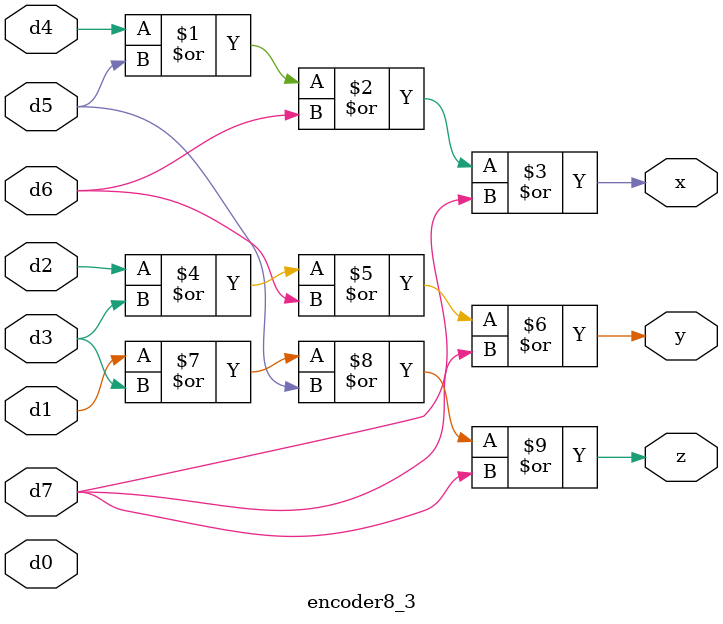
<source format=v>
`timescale 1ns / 1ps


module encoder8_3(
input d0,
input d1,
input d2,
input d3,
input d4,
input d5,
input d6,
input d7,
output x,
output y,
output z
    );
assign x= d4|d5|d6|d7 ;
assign y= d2|d3|d6|d7 ;
assign z= d1|d3|d5|d7 ;
endmodule

</source>
